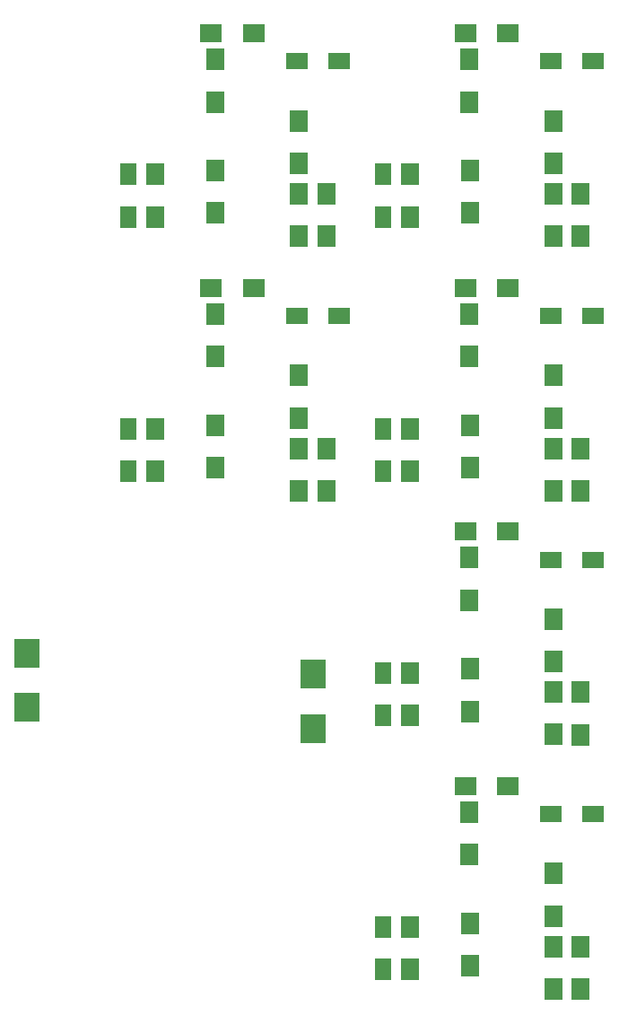
<source format=gbr>
%TF.GenerationSoftware,KiCad,Pcbnew,(6.0.4)*%
%TF.CreationDate,2023-07-24T12:45:13-04:00*%
%TF.ProjectId,BREAD_Slice,42524541-445f-4536-9c69-63652e6b6963,rev?*%
%TF.SameCoordinates,PX74eba40PY8552dc0*%
%TF.FileFunction,Paste,Bot*%
%TF.FilePolarity,Positive*%
%FSLAX46Y46*%
G04 Gerber Fmt 4.6, Leading zero omitted, Abs format (unit mm)*
G04 Created by KiCad (PCBNEW (6.0.4)) date 2023-07-24 12:45:13*
%MOMM*%
%LPD*%
G01*
G04 APERTURE LIST*
%ADD10R,2.350000X2.770000*%
%ADD11R,1.600000X2.000000*%
%ADD12R,2.000000X1.600000*%
%ADD13R,1.700000X2.000000*%
%ADD14R,2.000000X1.700000*%
G04 APERTURE END LIST*
D10*
%TO.C,C2*%
X31000000Y32430000D03*
X31000000Y37570000D03*
%TD*%
%TO.C,C1*%
X4000000Y39570000D03*
X4000000Y34430000D03*
%TD*%
D11*
%TO.C,C3*%
X13570000Y84720000D03*
X13570000Y80720000D03*
%TD*%
D12*
%TO.C,C9*%
X29440000Y95390000D03*
X33440000Y95390000D03*
%TD*%
D13*
%TO.C,R1*%
X21750000Y91570000D03*
X21750000Y95570000D03*
%TD*%
%TO.C,R7*%
X16120000Y80720000D03*
X16120000Y84720000D03*
%TD*%
D14*
%TO.C,R8*%
X21360000Y98040000D03*
X25360000Y98040000D03*
%TD*%
D13*
%TO.C,R19*%
X21790000Y81080000D03*
X21790000Y85080000D03*
%TD*%
%TO.C,R25*%
X29650000Y89770000D03*
X29650000Y85770000D03*
%TD*%
%TO.C,R31*%
X29660000Y82890000D03*
X29660000Y78890000D03*
%TD*%
%TO.C,R37*%
X32240000Y78880000D03*
X32240000Y82880000D03*
%TD*%
D11*
%TO.C,C4*%
X37570000Y84720000D03*
X37570000Y80720000D03*
%TD*%
D12*
%TO.C,C10*%
X53440000Y95390000D03*
X57440000Y95390000D03*
%TD*%
D13*
%TO.C,R2*%
X45750000Y91570000D03*
X45750000Y95570000D03*
%TD*%
%TO.C,R9*%
X40120000Y80720000D03*
X40120000Y84720000D03*
%TD*%
D14*
%TO.C,R10*%
X45360000Y98040000D03*
X49360000Y98040000D03*
%TD*%
D13*
%TO.C,R20*%
X45790000Y81080000D03*
X45790000Y85080000D03*
%TD*%
%TO.C,R26*%
X53650000Y89770000D03*
X53650000Y85770000D03*
%TD*%
%TO.C,R32*%
X53660000Y82890000D03*
X53660000Y78890000D03*
%TD*%
%TO.C,R38*%
X56240000Y78880000D03*
X56240000Y82880000D03*
%TD*%
D11*
%TO.C,C5*%
X13570000Y60720000D03*
X13570000Y56720000D03*
%TD*%
D12*
%TO.C,C12*%
X53440000Y71390000D03*
X57440000Y71390000D03*
%TD*%
D14*
%TO.C,R14*%
X45360000Y74040000D03*
X49360000Y74040000D03*
%TD*%
D13*
%TO.C,R4*%
X45750000Y67570000D03*
X45750000Y71570000D03*
%TD*%
D12*
%TO.C,C11*%
X29440000Y71390000D03*
X33440000Y71390000D03*
%TD*%
D13*
%TO.C,R3*%
X21750000Y67570000D03*
X21750000Y71570000D03*
%TD*%
%TO.C,R11*%
X16120000Y56720000D03*
X16120000Y60720000D03*
%TD*%
D14*
%TO.C,R12*%
X21360000Y74040000D03*
X25360000Y74040000D03*
%TD*%
D13*
%TO.C,R28*%
X53650000Y65770000D03*
X53650000Y61770000D03*
%TD*%
%TO.C,R21*%
X21790000Y57080000D03*
X21790000Y61080000D03*
%TD*%
%TO.C,R27*%
X29650000Y65770000D03*
X29650000Y61770000D03*
%TD*%
%TO.C,R33*%
X29660000Y58890000D03*
X29660000Y54890000D03*
%TD*%
%TO.C,R39*%
X32240000Y54880000D03*
X32240000Y58880000D03*
%TD*%
D11*
%TO.C,C6*%
X37570000Y60720000D03*
X37570000Y56720000D03*
%TD*%
D13*
%TO.C,R22*%
X45790000Y57080000D03*
X45790000Y61080000D03*
%TD*%
%TO.C,R34*%
X53660000Y58890000D03*
X53660000Y54890000D03*
%TD*%
%TO.C,R40*%
X56240000Y54880000D03*
X56240000Y58880000D03*
%TD*%
%TO.C,R13*%
X40120000Y56720000D03*
X40120000Y60720000D03*
%TD*%
D12*
%TO.C,C13*%
X53440000Y48390000D03*
X57440000Y48390000D03*
%TD*%
D14*
%TO.C,R16*%
X45360000Y51040000D03*
X49360000Y51040000D03*
%TD*%
D12*
%TO.C,C14*%
X53440000Y24390000D03*
X57440000Y24390000D03*
%TD*%
D14*
%TO.C,R18*%
X45360000Y27040000D03*
X49360000Y27040000D03*
%TD*%
D13*
%TO.C,R5*%
X45750000Y44570000D03*
X45750000Y48570000D03*
%TD*%
%TO.C,R29*%
X53650000Y42770000D03*
X53650000Y38770000D03*
%TD*%
D11*
%TO.C,C7*%
X37570000Y37720000D03*
X37570000Y33720000D03*
%TD*%
D13*
%TO.C,R23*%
X45790000Y34080000D03*
X45790000Y38080000D03*
%TD*%
%TO.C,R6*%
X45750000Y20570000D03*
X45750000Y24570000D03*
%TD*%
%TO.C,R30*%
X53650000Y18770000D03*
X53650000Y14770000D03*
%TD*%
%TO.C,R35*%
X53660000Y35890000D03*
X53660000Y31890000D03*
%TD*%
%TO.C,R41*%
X56240000Y31880000D03*
X56240000Y35880000D03*
%TD*%
%TO.C,R15*%
X40120000Y33720000D03*
X40120000Y37720000D03*
%TD*%
D11*
%TO.C,C8*%
X37570000Y13720000D03*
X37570000Y9720000D03*
%TD*%
D13*
%TO.C,R24*%
X45790000Y10080000D03*
X45790000Y14080000D03*
%TD*%
%TO.C,R36*%
X53660000Y11890000D03*
X53660000Y7890000D03*
%TD*%
%TO.C,R42*%
X56240000Y7880000D03*
X56240000Y11880000D03*
%TD*%
%TO.C,R17*%
X40120000Y9720000D03*
X40120000Y13720000D03*
%TD*%
M02*

</source>
